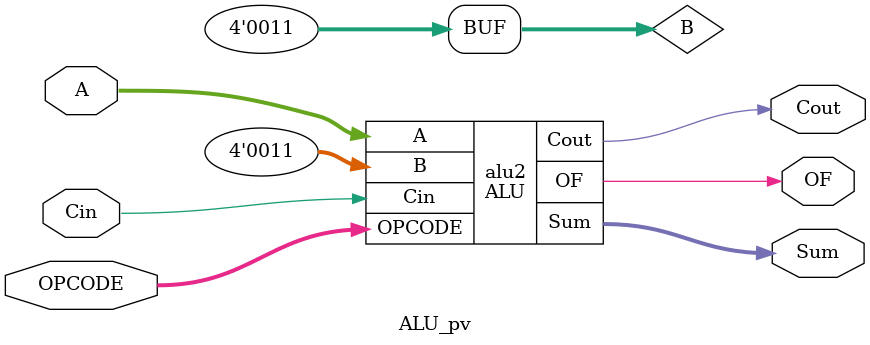
<source format=v>
module ALU (input [3:0] A, B, OPCODE, input Cin, output reg [3:0] Sum, output reg Cout, output OF);
    reg [3:0] Ain, Bin;
    reg Ci;
    wire [3:0] Bn, S;
    wire Co;
    com2s C1 (B, Bn);
    FA4 FA1 (Ain, Bin, Ci, S, Co, OF);
    always @ (*) begin
        Ain = 4'b0000; Bin = 4'b0000; Sum = 4'b0000; Ci = 1'b0; Cout = 'b0;
        case (OPCODE)
        // A+B
        4'b1000 : begin
            Ain = A; Bin = B; Sum = S; Cout = Co;
        end
        // A-B
        4'b1010 : begin
            Ain = A; Bin = Bn; Sum = S; Cout = Co;
        end
        // add with Cin
        4'b1001 : begin
            Ain = A; Bin = B; Ci = Cin; Sum = S; Cout = Co;
        end
        // NAND ~(AB)
        4'b0000 : begin
            Sum = ~(A&B);
        end
        // NOR ~(A|B)
        4'b0001 : begin
            Sum = ~(A|B);
        end
        // XOR A^B
        4'b0010 : begin
            Sum = A^B;
        end
        // NOT ~A
        4'b0100 : begin
            Sum = ~A;
        end
        // Right Shift A>>1
        4'b0101 : begin
            Sum = A>>1;
        end
        // (A^B)+[(~(A&B))>>1]
        4'b1111 : begin
            Ain = A^B; Bin = (~(A&B))>>1;
        end
        // Default NOP
        default : begin
            Sum = 4'b0000; Cout = 0;
        end

        endcase
    end
endmodule

// 1 bit adder
module FA (a, b, cin, sum, cout);
    input a;
    input b;
    input cin;
    output cout;
    output sum;
assign sum = (a ^ b) ^ cin;
assign cout = (a & b) | (cin & a) | (cin & b);
endmodule

// 2s compliment
module com2s (input [3:0] B, output [3:0] Bn);
wire [3:0] Bn1;
wire OF;
assign Bn1 = ~B;
FA4 fa1 (Bn1, 4'b0000, 1'b1, Bn, Cout, OF);
endmodule

// 4 bit ripple carry adder
module FA4 ( input [3:0] A, B, input Cin, output [3:0] Sum, output Cout, OF);
FA fa1 (A[0], B[0], Cin, Sum[0], Cout1);
FA fa2 (A[1], B[1], Cout1, Sum[1], Cout2);
FA fa3 (A[2], B[2], Cout2, Sum[2], Cout3);
FA fa4 (A[3], B[3], Cout3, Sum[3], Cout);
xor X1 (OF, Cout3, Cout);
endmodule

// half adder
module HA (input A, B, output Sum, Cout);
assign Sum = A ^ B;
assign Cout = A & B;
endmodule

module ALU_pv (input [3:0] A, OPCODE, input Cin, output [3:0] Sum, output Cout, output OF);
wire [3:0] B;
assign B = 4'b0011;
ALU alu2 (A, B, OPCODE, Cin, Sum, Cout, OF);
endmodule
</source>
